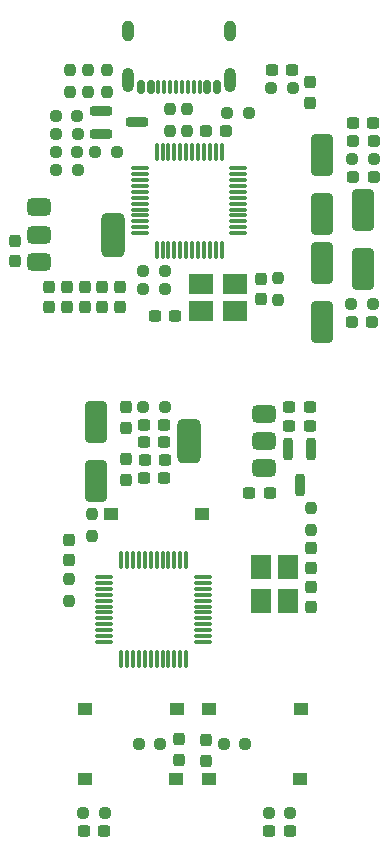
<source format=gbr>
%TF.GenerationSoftware,KiCad,Pcbnew,8.0.3*%
%TF.CreationDate,2024-07-17T15:49:10+08:00*%
%TF.ProjectId,STM32G431C8T6,53544d33-3247-4343-9331-433854362e6b,rev?*%
%TF.SameCoordinates,PXb5c5340PY81b3200*%
%TF.FileFunction,Paste,Top*%
%TF.FilePolarity,Positive*%
%FSLAX45Y45*%
G04 Gerber Fmt 4.5, Leading zero omitted, Abs format (unit mm)*
G04 Created by KiCad (PCBNEW 8.0.3) date 2024-07-17 15:49:10*
%MOMM*%
%LPD*%
G01*
G04 APERTURE LIST*
G04 Aperture macros list*
%AMRoundRect*
0 Rectangle with rounded corners*
0 $1 Rounding radius*
0 $2 $3 $4 $5 $6 $7 $8 $9 X,Y pos of 4 corners*
0 Add a 4 corners polygon primitive as box body*
4,1,4,$2,$3,$4,$5,$6,$7,$8,$9,$2,$3,0*
0 Add four circle primitives for the rounded corners*
1,1,$1+$1,$2,$3*
1,1,$1+$1,$4,$5*
1,1,$1+$1,$6,$7*
1,1,$1+$1,$8,$9*
0 Add four rect primitives between the rounded corners*
20,1,$1+$1,$2,$3,$4,$5,0*
20,1,$1+$1,$4,$5,$6,$7,0*
20,1,$1+$1,$6,$7,$8,$9,0*
20,1,$1+$1,$8,$9,$2,$3,0*%
G04 Aperture macros list end*
%ADD10R,1.800000X2.100000*%
%ADD11RoundRect,0.237500X0.250000X0.237500X-0.250000X0.237500X-0.250000X-0.237500X0.250000X-0.237500X0*%
%ADD12RoundRect,0.250000X0.650000X-1.500000X0.650000X1.500000X-0.650000X1.500000X-0.650000X-1.500000X0*%
%ADD13RoundRect,0.237500X-0.300000X-0.237500X0.300000X-0.237500X0.300000X0.237500X-0.300000X0.237500X0*%
%ADD14R,1.250000X1.000000*%
%ADD15RoundRect,0.150000X0.150000X0.425000X-0.150000X0.425000X-0.150000X-0.425000X0.150000X-0.425000X0*%
%ADD16RoundRect,0.075000X0.075000X0.500000X-0.075000X0.500000X-0.075000X-0.500000X0.075000X-0.500000X0*%
%ADD17O,1.000000X2.100000*%
%ADD18O,1.000000X1.800000*%
%ADD19RoundRect,0.237500X0.237500X-0.300000X0.237500X0.300000X-0.237500X0.300000X-0.237500X-0.300000X0*%
%ADD20RoundRect,0.237500X0.300000X0.237500X-0.300000X0.237500X-0.300000X-0.237500X0.300000X-0.237500X0*%
%ADD21RoundRect,0.250000X-0.650000X1.500000X-0.650000X-1.500000X0.650000X-1.500000X0.650000X1.500000X0*%
%ADD22RoundRect,0.237500X-0.237500X0.250000X-0.237500X-0.250000X0.237500X-0.250000X0.237500X0.250000X0*%
%ADD23RoundRect,0.237500X-0.250000X-0.237500X0.250000X-0.237500X0.250000X0.237500X-0.250000X0.237500X0*%
%ADD24RoundRect,0.375000X0.625000X0.375000X-0.625000X0.375000X-0.625000X-0.375000X0.625000X-0.375000X0*%
%ADD25RoundRect,0.500000X0.500000X1.400000X-0.500000X1.400000X-0.500000X-1.400000X0.500000X-1.400000X0*%
%ADD26RoundRect,0.075000X0.662500X0.075000X-0.662500X0.075000X-0.662500X-0.075000X0.662500X-0.075000X0*%
%ADD27RoundRect,0.075000X0.075000X0.662500X-0.075000X0.662500X-0.075000X-0.662500X0.075000X-0.662500X0*%
%ADD28RoundRect,0.237500X-0.237500X0.287500X-0.237500X-0.287500X0.237500X-0.287500X0.237500X0.287500X0*%
%ADD29RoundRect,0.237500X0.237500X-0.250000X0.237500X0.250000X-0.237500X0.250000X-0.237500X-0.250000X0*%
%ADD30RoundRect,0.237500X-0.287500X-0.237500X0.287500X-0.237500X0.287500X0.237500X-0.287500X0.237500X0*%
%ADD31R,2.100000X1.800000*%
%ADD32RoundRect,0.375000X-0.625000X-0.375000X0.625000X-0.375000X0.625000X0.375000X-0.625000X0.375000X0*%
%ADD33RoundRect,0.500000X-0.500000X-1.400000X0.500000X-1.400000X0.500000X1.400000X-0.500000X1.400000X0*%
%ADD34RoundRect,0.200000X-0.750000X-0.200000X0.750000X-0.200000X0.750000X0.200000X-0.750000X0.200000X0*%
%ADD35RoundRect,0.237500X0.237500X-0.287500X0.237500X0.287500X-0.237500X0.287500X-0.237500X-0.287500X0*%
%ADD36RoundRect,0.237500X-0.237500X0.300000X-0.237500X-0.300000X0.237500X-0.300000X0.237500X0.300000X0*%
%ADD37RoundRect,0.200000X-0.200000X0.750000X-0.200000X-0.750000X0.200000X-0.750000X0.200000X0.750000X0*%
%ADD38RoundRect,0.075000X0.075000X-0.662500X0.075000X0.662500X-0.075000X0.662500X-0.075000X-0.662500X0*%
%ADD39RoundRect,0.075000X0.662500X-0.075000X0.662500X0.075000X-0.662500X0.075000X-0.662500X-0.075000X0*%
G04 APERTURE END LIST*
D10*
%TO.C,Y2*%
X2365000Y2998750D03*
X2365000Y2708750D03*
X2595000Y2708750D03*
X2595000Y2998750D03*
%TD*%
D11*
%TO.C,R15*%
X3311250Y5220000D03*
X3128750Y5220000D03*
%TD*%
D12*
%TO.C,D11*%
X970000Y3720000D03*
X970000Y4220000D03*
%TD*%
D13*
%TO.C,C20*%
X863750Y760000D03*
X1036250Y760000D03*
%TD*%
D14*
%TO.C,SW1*%
X1092500Y3440000D03*
X1867500Y3440000D03*
%TD*%
D15*
%TO.C,J1*%
X1990000Y7060000D03*
X1910000Y7060000D03*
D16*
X1795000Y7060000D03*
X1695000Y7060000D03*
X1645000Y7060000D03*
X1545000Y7060000D03*
D15*
X1430000Y7060000D03*
X1350000Y7060000D03*
X1350000Y7060000D03*
X1430000Y7060000D03*
D16*
X1495000Y7060000D03*
X1595000Y7060000D03*
X1745000Y7060000D03*
X1845000Y7060000D03*
D15*
X1910000Y7060000D03*
X1990000Y7060000D03*
D17*
X2102000Y7117500D03*
D18*
X2102000Y7535500D03*
D17*
X1238000Y7117500D03*
D18*
X1238000Y7535500D03*
%TD*%
D19*
%TO.C,C23*%
X2790000Y2982500D03*
X2790000Y3155000D03*
%TD*%
D20*
%TO.C,C16*%
X2436250Y3620000D03*
X2263750Y3620000D03*
%TD*%
D21*
%TO.C,D2*%
X2880000Y5570000D03*
X2880000Y5070000D03*
%TD*%
D20*
%TO.C,C24*%
X2776250Y4350000D03*
X2603750Y4350000D03*
%TD*%
D11*
%TO.C,R14*%
X3320000Y6450000D03*
X3137500Y6450000D03*
%TD*%
D22*
%TO.C,R3*%
X900000Y7201250D03*
X900000Y7018750D03*
%TD*%
D23*
%TO.C,R11*%
X1368750Y5350000D03*
X1551250Y5350000D03*
%TD*%
D24*
%TO.C,U3*%
X2385000Y3830000D03*
X2385000Y4060000D03*
D25*
X1755000Y4060000D03*
D24*
X2385000Y4290000D03*
%TD*%
D26*
%TO.C,U4*%
X1871250Y2360000D03*
X1871250Y2410000D03*
X1871250Y2460000D03*
X1871250Y2510000D03*
X1871250Y2560000D03*
X1871250Y2610000D03*
X1871250Y2660000D03*
X1871250Y2710000D03*
X1871250Y2760000D03*
X1871250Y2810000D03*
X1871250Y2860000D03*
X1871250Y2910000D03*
D27*
X1730000Y3051250D03*
X1680000Y3051250D03*
X1630000Y3051250D03*
X1580000Y3051250D03*
X1530000Y3051250D03*
X1480000Y3051250D03*
X1430000Y3051250D03*
X1380000Y3051250D03*
X1330000Y3051250D03*
X1280000Y3051250D03*
X1230000Y3051250D03*
X1180000Y3051250D03*
D26*
X1038750Y2910000D03*
X1038750Y2860000D03*
X1038750Y2810000D03*
X1038750Y2760000D03*
X1038750Y2710000D03*
X1038750Y2660000D03*
X1038750Y2610000D03*
X1038750Y2560000D03*
X1038750Y2510000D03*
X1038750Y2460000D03*
X1038750Y2410000D03*
X1038750Y2360000D03*
D27*
X1180000Y2218750D03*
X1230000Y2218750D03*
X1280000Y2218750D03*
X1330000Y2218750D03*
X1380000Y2218750D03*
X1430000Y2218750D03*
X1480000Y2218750D03*
X1530000Y2218750D03*
X1580000Y2218750D03*
X1630000Y2218750D03*
X1680000Y2218750D03*
X1730000Y2218750D03*
%TD*%
D20*
%TO.C,C11*%
X1546250Y4050000D03*
X1373750Y4050000D03*
%TD*%
D22*
%TO.C,R7*%
X750000Y7201250D03*
X750000Y7018750D03*
%TD*%
D23*
%TO.C,R23*%
X2048750Y1500000D03*
X2231250Y1500000D03*
%TD*%
D28*
%TO.C,D10*%
X740000Y3226250D03*
X740000Y3051250D03*
%TD*%
D29*
%TO.C,R27*%
X2790000Y3308750D03*
X2790000Y3491250D03*
%TD*%
D30*
%TO.C,D6*%
X3132500Y5070000D03*
X3307500Y5070000D03*
%TD*%
D23*
%TO.C,R18*%
X627500Y6510000D03*
X810000Y6510000D03*
%TD*%
D20*
%TO.C,C10*%
X1546250Y4200000D03*
X1373750Y4200000D03*
%TD*%
D13*
%TO.C,C12*%
X2453750Y7200000D03*
X2626250Y7200000D03*
%TD*%
D31*
%TO.C,Y1*%
X2145000Y5395000D03*
X1855000Y5395000D03*
X1855000Y5165000D03*
X2145000Y5165000D03*
%TD*%
D14*
%TO.C,SW3*%
X1925000Y1790000D03*
X2700000Y1790000D03*
%TD*%
D23*
%TO.C,R17*%
X1368750Y4350000D03*
X1551250Y4350000D03*
%TD*%
D20*
%TO.C,C6*%
X1550000Y3900000D03*
X1377500Y3900000D03*
%TD*%
D23*
%TO.C,R25*%
X2428750Y910000D03*
X2611250Y910000D03*
%TD*%
D32*
%TO.C,U2*%
X482500Y6040000D03*
X482500Y5810000D03*
D33*
X1112500Y5810000D03*
D32*
X482500Y5580000D03*
%TD*%
D19*
%TO.C,C19*%
X1900000Y1353750D03*
X1900000Y1526250D03*
%TD*%
D30*
%TO.C,D5*%
X3142500Y6600000D03*
X3317500Y6600000D03*
%TD*%
D34*
%TO.C,Q1*%
X1010000Y6855000D03*
X1010000Y6665000D03*
X1310000Y6760000D03*
%TD*%
D23*
%TO.C,R9*%
X2078750Y6840000D03*
X2261250Y6840000D03*
%TD*%
D35*
%TO.C,D8*%
X1220000Y4172500D03*
X1220000Y4347500D03*
%TD*%
D23*
%TO.C,R6*%
X958750Y6510000D03*
X1141250Y6510000D03*
%TD*%
D14*
%TO.C,SW4*%
X1647500Y1200000D03*
X872500Y1200000D03*
%TD*%
D19*
%TO.C,C2*%
X2360000Y5263750D03*
X2360000Y5436250D03*
%TD*%
D22*
%TO.C,R2*%
X1590000Y6872500D03*
X1590000Y6690000D03*
%TD*%
D29*
%TO.C,R19*%
X2510000Y5258750D03*
X2510000Y5441250D03*
%TD*%
D11*
%TO.C,R24*%
X1041250Y910000D03*
X858750Y910000D03*
%TD*%
D36*
%TO.C,C14*%
X280000Y5756250D03*
X280000Y5583750D03*
%TD*%
D13*
%TO.C,C1*%
X1463750Y5120000D03*
X1636250Y5120000D03*
%TD*%
%TO.C,C3*%
X3143750Y6750000D03*
X3316250Y6750000D03*
%TD*%
D37*
%TO.C,U5*%
X2785000Y3990000D03*
X2595000Y3990000D03*
X2690000Y3690000D03*
%TD*%
D30*
%TO.C,D1*%
X1895000Y6690000D03*
X2070000Y6690000D03*
%TD*%
D36*
%TO.C,C9*%
X1170000Y5366250D03*
X1170000Y5193750D03*
%TD*%
D38*
%TO.C,U1*%
X1480000Y5680000D03*
X1530000Y5680000D03*
X1580000Y5680000D03*
X1630000Y5680000D03*
X1680000Y5680000D03*
X1730000Y5680000D03*
X1780000Y5680000D03*
X1830000Y5680000D03*
X1880000Y5680000D03*
X1930000Y5680000D03*
X1980000Y5680000D03*
X2030000Y5680000D03*
D39*
X2171250Y5821250D03*
X2171250Y5871250D03*
X2171250Y5921250D03*
X2171250Y5971250D03*
X2171250Y6021250D03*
X2171250Y6071250D03*
X2171250Y6121250D03*
X2171250Y6171250D03*
X2171250Y6221250D03*
X2171250Y6271250D03*
X2171250Y6321250D03*
X2171250Y6371250D03*
D38*
X2030000Y6512500D03*
X1980000Y6512500D03*
X1930000Y6512500D03*
X1880000Y6512500D03*
X1830000Y6512500D03*
X1780000Y6512500D03*
X1730000Y6512500D03*
X1680000Y6512500D03*
X1630000Y6512500D03*
X1580000Y6512500D03*
X1530000Y6512500D03*
X1480000Y6512500D03*
D39*
X1338750Y6371250D03*
X1338750Y6321250D03*
X1338750Y6271250D03*
X1338750Y6221250D03*
X1338750Y6171250D03*
X1338750Y6121250D03*
X1338750Y6071250D03*
X1338750Y6021250D03*
X1338750Y5971250D03*
X1338750Y5921250D03*
X1338750Y5871250D03*
X1338750Y5821250D03*
%TD*%
D21*
%TO.C,D9*%
X3230000Y6020000D03*
X3230000Y5520000D03*
%TD*%
D11*
%TO.C,R4*%
X810000Y6810000D03*
X627500Y6810000D03*
%TD*%
D22*
%TO.C,R8*%
X1060000Y7201250D03*
X1060000Y7018750D03*
%TD*%
D36*
%TO.C,C8*%
X720000Y5366250D03*
X720000Y5193750D03*
%TD*%
D12*
%TO.C,D3*%
X2880000Y5980000D03*
X2880000Y6480000D03*
%TD*%
D23*
%TO.C,R5*%
X628750Y6660000D03*
X811250Y6660000D03*
%TD*%
D22*
%TO.C,R1*%
X1740000Y6872500D03*
X1740000Y6690000D03*
%TD*%
D13*
%TO.C,C15*%
X2603750Y4190000D03*
X2776250Y4190000D03*
%TD*%
D20*
%TO.C,C7*%
X1546250Y3750000D03*
X1373750Y3750000D03*
%TD*%
D36*
%TO.C,C17*%
X570000Y5366250D03*
X570000Y5193750D03*
%TD*%
%TO.C,C5*%
X870000Y5366250D03*
X870000Y5193750D03*
%TD*%
D23*
%TO.C,R21*%
X628750Y6360000D03*
X811250Y6360000D03*
%TD*%
D14*
%TO.C,SW5*%
X1922500Y1200000D03*
X2697500Y1200000D03*
%TD*%
D22*
%TO.C,R26*%
X740000Y2890000D03*
X740000Y2707500D03*
%TD*%
D14*
%TO.C,SW2*%
X1650000Y1790000D03*
X875000Y1790000D03*
%TD*%
D11*
%TO.C,R22*%
X1511250Y1500000D03*
X1328750Y1500000D03*
%TD*%
D22*
%TO.C,R20*%
X930000Y3441250D03*
X930000Y3258750D03*
%TD*%
D30*
%TO.C,FB1*%
X3142500Y6300000D03*
X3317500Y6300000D03*
%TD*%
D20*
%TO.C,C21*%
X2606250Y760000D03*
X2433750Y760000D03*
%TD*%
D36*
%TO.C,C22*%
X2790000Y2825000D03*
X2790000Y2652500D03*
%TD*%
%TO.C,C4*%
X1020000Y5366250D03*
X1020000Y5193750D03*
%TD*%
D19*
%TO.C,C18*%
X1670000Y1363750D03*
X1670000Y1536250D03*
%TD*%
D36*
%TO.C,C13*%
X1220000Y3906250D03*
X1220000Y3733750D03*
%TD*%
D11*
%TO.C,R12*%
X2631250Y7050000D03*
X2448750Y7050000D03*
%TD*%
D35*
%TO.C,FB2*%
X2780000Y6922500D03*
X2780000Y7097500D03*
%TD*%
D11*
%TO.C,R10*%
X1551250Y5500000D03*
X1368750Y5500000D03*
%TD*%
M02*

</source>
